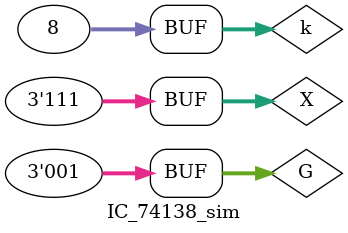
<source format=v>
`timescale 1ns / 1ps

module IC_74138_sim;

reg [2:0]X;
reg [2:0]G;
wire [7:0]Y;
integer k;

IC_74138 ttul(.G(G), .X(X), .Y(Y));

initial
begin 
    X = 0; G[0] = 0; G[1] = 1; G[2] = 1;
    for (k = 0; k < 8; k = k+1)
        #5 X = k;
        
    #10;
    
    X = 0; G[0] = 1; G[1] = 0; G[2] = 1;
    for (k = 0; k < 8; k = k+1)
        #5 X = k;
        
    #10;

    X = 0; G[0] = 0; G[1] = 1; G[2] = 0;
    for (k = 0; k < 8; k = k+1)
        #5 X = k;
        
    #10;
    
    X = 0; G[0] = 1; G[1] = 0; G[2] = 0;
    for (k = 0; k < 8; k = k+1)
        #5 X = k;
        
    #10;     
end

endmodule

</source>
